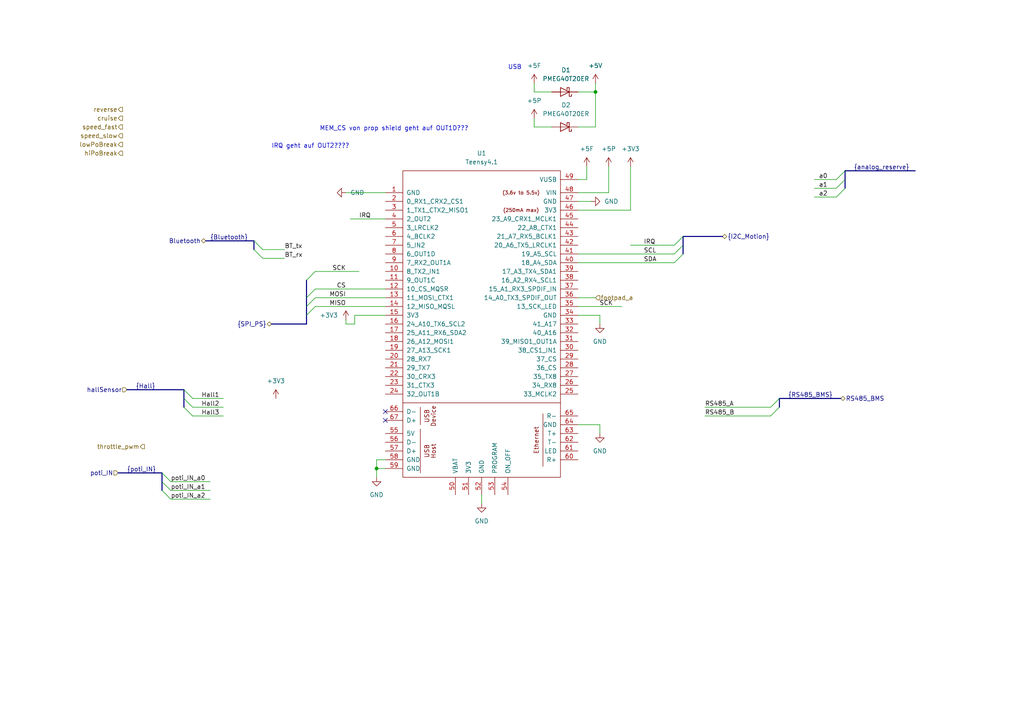
<source format=kicad_sch>
(kicad_sch (version 20211123) (generator eeschema)
  (paper "A4")
  (lib_symbols
    (symbol "Diode:PMEG40T20ER" (pin_numbers hide) (pin_names hide)
      (property "Reference" "D" (at 0 2.54 0))
      (property "Value" "PMEG40T20ER" (at 0 -2.54 0))
      (symbol "PMEG40T20ER_0_1"
        (polyline (pts (xy 1.27 0) (xy -1.27 0)))
        (polyline (pts (xy 1.27 1.27) (xy 1.27 -1.27) (xy -1.27 0) (xy 1.27 1.27)) (stroke (width 0.2032)))
        (polyline (pts (xy -1.905 0.635) (xy -1.905 1.27) (xy -1.27 1.27) (xy -1.27 -1.27) (xy -0.635 -1.27) (xy -0.635 -0.635)) (stroke (width 0.2032)))
      )
      (symbol "PMEG40T20ER_1_1"
        (pin passive line (at -3.81 0 0) (length 2.54) (name "K") (number "1"))
        (pin passive line (at 3.81 0 180) (length 2.54) (name "A") (number "2"))
      )
    )
    (symbol "power:+3V3" (power) (pin_names (offset 0))
      (property "Value" "+3V3" (at 0 3.556 0))
      (symbol "+3V3_0_1"
        (polyline (pts (xy -0.762 1.27) (xy 0 2.54)))
        (polyline (pts (xy 0 0) (xy 0 2.54)))
        (polyline (pts (xy 0 2.54) (xy 0.762 1.27)))
      )
      (symbol "+3V3_1_1"
        (pin power_in line (at 0 0 90) (length 0) hide (name "+3V3") (number "1"))
      )
    )
    (symbol "power:+5F" (power) (pin_names (offset 0))
      (property "Value" "+5F" (at 0 3.556 0))
      (symbol "+5F_0_1"
        (polyline (pts (xy -0.762 1.27) (xy 0 2.54)))
        (polyline (pts (xy 0 0) (xy 0 2.54)))
        (polyline (pts (xy 0 2.54) (xy 0.762 1.27)))
      )
      (symbol "+5F_1_1"
        (pin power_in line (at 0 0 90) (length 0) hide (name "+5F") (number "1"))
      )
    )
    (symbol "power:+5P" (power) (pin_names (offset 0))
      (property "Value" "+5P" (at 0 3.556 0))
      (symbol "+5P_0_1"
        (polyline (pts (xy -0.762 1.27) (xy 0 2.54)))
        (polyline (pts (xy 0 0) (xy 0 2.54)))
        (polyline (pts (xy 0 2.54) (xy 0.762 1.27)))
      )
      (symbol "+5P_1_1"
        (pin power_in line (at 0 0 90) (length 0) hide (name "+5P") (number "1"))
      )
    )
    (symbol "power:+5V" (power) (pin_names (offset 0))
      (property "Value" "+5V" (at 0 3.556 0))
      (symbol "+5V_0_1"
        (polyline (pts (xy -0.762 1.27) (xy 0 2.54)))
        (polyline (pts (xy 0 0) (xy 0 2.54)))
        (polyline (pts (xy 0 2.54) (xy 0.762 1.27)))
      )
      (symbol "+5V_1_1"
        (pin power_in line (at 0 0 90) (length 0) hide (name "+5V") (number "1"))
      )
    )
    (symbol "power:GND" (power) (pin_names (offset 0))
      (property "Value" "GND" (at 0 -3.81 0))
      (symbol "GND_0_1"
        (polyline (pts (xy 0 0) (xy 0 -1.27) (xy 1.27 -1.27) (xy 0 -2.54) (xy -1.27 -1.27) (xy 0 -1.27)))
      )
      (symbol "GND_1_1"
        (pin power_in line (at 0 0 270) (length 0) hide (name "GND") (number "1"))
      )
    )
    (symbol "teensy:Teensy4.1" (pin_names (offset 1.016))
      (property "Reference" "U" (at 0 64.77 0))
      (property "Value" "Teensy4.1" (at 0 62.23 0))
      (symbol "Teensy4.1_0_0"
        (polyline (pts (xy -22.86 -6.35) (xy 22.86 -6.35)))
        (polyline (pts (xy -17.78 -26.67) (xy -17.78 -13.97)))
        (polyline (pts (xy -17.78 -7.62) (xy -17.78 -12.7)))
        (polyline (pts (xy 17.78 -9.525) (xy 17.78 -24.765)))
        (text "(250mA max)" (at 11.43 49.53 0) (effects (font (size 1.016 1.016))))
        (text "(3.6v to 5.5v)" (at 11.43 54.61 0) (effects (font (size 1.016 1.016))))
        (text "Device" (at -13.97 -10.16 900) (effects (font (size 1.27 1.27))))
        (text "Ethernet" (at 15.875 -17.145 900) (effects (font (size 1.27 1.27))))
        (text "Host" (at -13.97 -20.32 900) (effects (font (size 1.27 1.27))))
        (text "USB" (at -15.875 -20.32 900) (effects (font (size 1.27 1.27))))
        (text "USB" (at -15.875 -10.16 900) (effects (font (size 1.27 1.27))))
        (pin bidirectional line (at -27.94 31.75 0) (length 5.08) (name "8_TX2_IN1") (number "10"))
        (pin bidirectional line (at -27.94 29.21 0) (length 5.08) (name "9_OUT1C") (number "11"))
        (pin bidirectional line (at -27.94 26.67 0) (length 5.08) (name "10_CS_MQSR") (number "12"))
        (pin bidirectional line (at -27.94 24.13 0) (length 5.08) (name "11_MOSI_CTX1") (number "13"))
        (pin bidirectional line (at -27.94 21.59 0) (length 5.08) (name "12_MISO_MQSL") (number "14"))
        (pin power_in line (at -27.94 19.05 0) (length 5.08) (name "3V3") (number "15"))
        (pin bidirectional line (at -27.94 16.51 0) (length 5.08) (name "24_A10_TX6_SCL2") (number "16"))
        (pin bidirectional line (at -27.94 13.97 0) (length 5.08) (name "25_A11_RX6_SDA2") (number "17"))
        (pin bidirectional line (at -27.94 11.43 0) (length 5.08) (name "26_A12_MOSI1") (number "18"))
        (pin bidirectional line (at -27.94 8.89 0) (length 5.08) (name "27_A13_SCK1") (number "19"))
        (pin bidirectional line (at -27.94 6.35 0) (length 5.08) (name "28_RX7") (number "20"))
        (pin bidirectional line (at -27.94 3.81 0) (length 5.08) (name "29_TX7") (number "21"))
        (pin bidirectional line (at -27.94 1.27 0) (length 5.08) (name "30_CRX3") (number "22"))
        (pin bidirectional line (at -27.94 -1.27 0) (length 5.08) (name "31_CTX3") (number "23"))
        (pin bidirectional line (at -27.94 -3.81 0) (length 5.08) (name "32_OUT1B") (number "24"))
        (pin bidirectional line (at 27.94 -3.81 180) (length 5.08) (name "33_MCLK2") (number "25"))
        (pin bidirectional line (at 27.94 -1.27 180) (length 5.08) (name "34_RX8") (number "26"))
        (pin bidirectional line (at 27.94 1.27 180) (length 5.08) (name "35_TX8") (number "27"))
        (pin bidirectional line (at 27.94 3.81 180) (length 5.08) (name "36_CS") (number "28"))
        (pin bidirectional line (at 27.94 6.35 180) (length 5.08) (name "37_CS") (number "29"))
        (pin bidirectional line (at 27.94 8.89 180) (length 5.08) (name "38_CS1_IN1") (number "30"))
        (pin bidirectional line (at 27.94 11.43 180) (length 5.08) (name "39_MISO1_OUT1A") (number "31"))
        (pin bidirectional line (at 27.94 13.97 180) (length 5.08) (name "40_A16") (number "32"))
        (pin bidirectional line (at 27.94 16.51 180) (length 5.08) (name "41_A17") (number "33"))
        (pin bidirectional line (at 27.94 21.59 180) (length 5.08) (name "13_SCK_LED") (number "35"))
        (pin bidirectional line (at 27.94 24.13 180) (length 5.08) (name "14_A0_TX3_SPDIF_OUT") (number "36"))
        (pin bidirectional line (at 27.94 26.67 180) (length 5.08) (name "15_A1_RX3_SPDIF_IN") (number "37"))
        (pin bidirectional line (at 27.94 29.21 180) (length 5.08) (name "16_A2_RX4_SCL1") (number "38"))
        (pin bidirectional line (at 27.94 31.75 180) (length 5.08) (name "17_A3_TX4_SDA1") (number "39"))
        (pin bidirectional line (at 27.94 34.29 180) (length 5.08) (name "18_A4_SDA") (number "40"))
        (pin bidirectional line (at 27.94 36.83 180) (length 5.08) (name "19_A5_SCL") (number "41"))
        (pin bidirectional line (at 27.94 39.37 180) (length 5.08) (name "20_A6_TX5_LRCLK1") (number "42"))
        (pin bidirectional line (at 27.94 41.91 180) (length 5.08) (name "21_A7_RX5_BCLK1") (number "43"))
        (pin bidirectional line (at 27.94 44.45 180) (length 5.08) (name "22_A8_CTX1") (number "44"))
        (pin bidirectional line (at 27.94 46.99 180) (length 5.08) (name "23_A9_CRX1_MCLK1") (number "45"))
        (pin output line (at 27.94 49.53 180) (length 5.08) (name "3V3") (number "46"))
        (pin output line (at 27.94 52.07 180) (length 5.08) (name "GND") (number "47"))
        (pin power_in line (at 27.94 54.61 180) (length 5.08) (name "VIN") (number "48"))
        (pin power_out line (at 27.94 58.42 180) (length 5.08) (name "VUSB") (number "49"))
        (pin bidirectional line (at -27.94 44.45 0) (length 5.08) (name "3_LRCLK2") (number "5"))
        (pin power_in line (at -7.62 -33.02 90) (length 5.08) (name "VBAT") (number "50"))
        (pin power_in line (at -3.81 -33.02 90) (length 5.08) (name "3V3") (number "51"))
        (pin input line (at 0 -33.02 90) (length 5.08) (name "GND") (number "52"))
        (pin input line (at 3.81 -33.02 90) (length 5.08) (name "PROGRAM") (number "53"))
        (pin input line (at 7.62 -33.02 90) (length 5.08) (name "ON_OFF") (number "54"))
        (pin power_out line (at -27.94 -15.24 0) (length 5.08) (name "5V") (number "55"))
        (pin bidirectional line (at -27.94 -17.78 0) (length 5.08) (name "D-") (number "56"))
        (pin bidirectional line (at -27.94 -20.32 0) (length 5.08) (name "D+") (number "57"))
        (pin power_in line (at -27.94 -22.86 0) (length 5.08) (name "GND") (number "58"))
        (pin power_in line (at -27.94 -25.4 0) (length 5.08) (name "GND") (number "59"))
        (pin bidirectional line (at -27.94 41.91 0) (length 5.08) (name "4_BCLK2") (number "6"))
        (pin bidirectional line (at 27.94 -22.86 180) (length 5.08) (name "R+") (number "60"))
        (pin bidirectional line (at 27.94 -20.32 180) (length 5.08) (name "LED") (number "61"))
        (pin bidirectional line (at 27.94 -17.78 180) (length 5.08) (name "T-") (number "62"))
        (pin bidirectional line (at 27.94 -15.24 180) (length 5.08) (name "T+") (number "63"))
        (pin power_in line (at 27.94 -12.7 180) (length 5.08) (name "GND") (number "64"))
        (pin bidirectional line (at 27.94 -10.16 180) (length 5.08) (name "R-") (number "65"))
        (pin bidirectional line (at -27.94 -8.89 0) (length 5.08) (name "D-") (number "66"))
        (pin bidirectional line (at -27.94 -11.43 0) (length 5.08) (name "D+") (number "67"))
        (pin bidirectional line (at -27.94 39.37 0) (length 5.08) (name "5_IN2") (number "7"))
        (pin bidirectional line (at -27.94 36.83 0) (length 5.08) (name "6_OUT1D") (number "8"))
        (pin bidirectional line (at -27.94 34.29 0) (length 5.08) (name "7_RX2_OUT1A") (number "9"))
      )
      (symbol "Teensy4.1_0_1"
        (rectangle (start -22.86 60.96) (end 22.86 -27.94))
        (rectangle (start -20.32 -1.27) (end -20.32 -1.27))
      )
      (symbol "Teensy4.1_1_1"
        (pin power_in line (at -27.94 54.61 0) (length 5.08) (name "GND") (number "1"))
        (pin bidirectional line (at -27.94 52.07 0) (length 5.08) (name "0_RX1_CRX2_CS1") (number "2"))
        (pin bidirectional line (at -27.94 49.53 0) (length 5.08) (name "1_TX1_CTX2_MISO1") (number "3"))
        (pin power_in line (at 27.94 19.05 180) (length 5.08) (name "GND") (number "34"))
        (pin bidirectional line (at -27.94 46.99 0) (length 5.08) (name "2_OUT2") (number "4"))
      )
    )
  )
  (bus_alias "analog_reserve" (members))
  (junction (at 172.72 26.67))
  (junction (at 109.22 135.89))
  (no_connect (at 111.76 121.92))
  (no_connect (at 111.76 119.38))
  (bus_entry (at 53.34 118.11) (size 2.54 2.54))
  (bus_entry (at 73.66 72.39) (size 2.54 2.54))
  (bus_entry (at 91.44 86.36) (size -2.54 2.54))
  (bus_entry (at 245.11 49.53) (size -2.54 2.54))
  (bus_entry (at 245.11 52.07) (size -2.54 2.54))
  (bus_entry (at 245.11 54.61) (size -2.54 2.54))
  (bus_entry (at 91.44 83.82) (size -2.54 2.54))
  (bus_entry (at 195.58 73.66) (size 2.54 -2.54))
  (bus_entry (at 53.34 115.57) (size 2.54 2.54))
  (bus_entry (at 46.99 137.16) (size 2.54 2.54))
  (bus_entry (at 46.99 139.7) (size 2.54 2.54))
  (bus_entry (at 46.99 142.24) (size 2.54 2.54))
  (bus_entry (at 53.34 113.03) (size 2.54 2.54))
  (bus_entry (at 91.44 88.9) (size -2.54 2.54))
  (bus_entry (at 226.06 115.57) (size -2.54 2.54))
  (bus_entry (at 195.58 71.12) (size 2.54 -2.54))
  (bus_entry (at 226.06 118.11) (size -2.54 2.54))
  (bus_entry (at 73.66 69.85) (size 2.54 2.54))
  (bus_entry (at 91.44 78.74) (size -2.54 2.54))
  (bus_entry (at 195.58 76.2) (size 2.54 -2.54))
  (wire (pts (xy 167.64 88.9) (xy 180.34 88.9)))
  (bus (pts (xy 198.12 68.58) (xy 209.55 68.58)))
  (wire (pts (xy 176.53 48.26) (xy 176.53 55.88)))
  (wire (pts (xy 109.22 135.89) (xy 109.22 138.43)))
  (wire (pts (xy 139.7 143.51) (xy 139.7 146.05)))
  (bus (pts (xy 198.12 71.12) (xy 198.12 73.66)))
  (wire (pts (xy 167.64 86.36) (xy 172.72 86.36)))
  (wire (pts (xy 76.2 72.39) (xy 82.55 72.39)))
  (wire (pts (xy 167.64 91.44) (xy 173.99 91.44)))
  (wire (pts (xy 170.18 52.07) (xy 170.18 48.26)))
  (wire (pts (xy 167.64 36.83) (xy 172.72 36.83)))
  (wire (pts (xy 100.33 55.88) (xy 111.76 55.88)))
  (wire (pts (xy 49.53 139.7) (xy 60.96 139.7)))
  (wire (pts (xy 167.64 26.67) (xy 172.72 26.67)))
  (bus (pts (xy 245.11 52.07) (xy 245.11 54.61)))
  (bus (pts (xy 34.29 137.16) (xy 46.99 137.16)))
  (wire (pts (xy 182.88 71.12) (xy 195.58 71.12)))
  (wire (pts (xy 154.94 24.13) (xy 154.94 26.67)))
  (bus (pts (xy 243.84 115.57) (xy 226.06 115.57)))
  (wire (pts (xy 154.94 34.29) (xy 154.94 36.83)))
  (bus (pts (xy 198.12 68.58) (xy 198.12 71.12)))
  (wire (pts (xy 154.94 26.67) (xy 160.02 26.67)))
  (wire (pts (xy 104.14 78.74) (xy 91.44 78.74)))
  (wire (pts (xy 204.47 120.65) (xy 223.52 120.65)))
  (wire (pts (xy 91.44 83.82) (xy 111.76 83.82)))
  (wire (pts (xy 167.64 73.66) (xy 195.58 73.66)))
  (wire (pts (xy 167.64 60.96) (xy 182.88 60.96)))
  (wire (pts (xy 49.53 144.78) (xy 60.96 144.78)))
  (wire (pts (xy 204.47 118.11) (xy 223.52 118.11)))
  (wire (pts (xy 102.87 93.98) (xy 100.33 93.98)))
  (bus (pts (xy 53.34 115.57) (xy 53.34 118.11)))
  (wire (pts (xy 111.76 135.89) (xy 109.22 135.89)))
  (bus (pts (xy 88.9 86.36) (xy 88.9 81.28)))
  (bus (pts (xy 36.83 113.03) (xy 53.34 113.03)))
  (wire (pts (xy 76.2 74.93) (xy 82.55 74.93)))
  (wire (pts (xy 173.99 123.19) (xy 173.99 125.73)))
  (wire (pts (xy 236.22 52.07) (xy 242.57 52.07)))
  (wire (pts (xy 167.64 58.42) (xy 171.45 58.42)))
  (wire (pts (xy 167.64 55.88) (xy 176.53 55.88)))
  (wire (pts (xy 167.64 76.2) (xy 195.58 76.2)))
  (bus (pts (xy 46.99 139.7) (xy 46.99 142.24)))
  (wire (pts (xy 167.64 52.07) (xy 170.18 52.07)))
  (wire (pts (xy 91.44 88.9) (xy 111.76 88.9)))
  (bus (pts (xy 88.9 88.9) (xy 88.9 86.36)))
  (wire (pts (xy 111.76 91.44) (xy 102.87 91.44)))
  (bus (pts (xy 73.66 69.85) (xy 73.66 72.39)))
  (wire (pts (xy 55.88 118.11) (xy 64.77 118.11)))
  (bus (pts (xy 226.06 115.57) (xy 226.06 118.11)))
  (bus (pts (xy 46.99 137.16) (xy 46.99 139.7)))
  (wire (pts (xy 236.22 54.61) (xy 242.57 54.61)))
  (wire (pts (xy 154.94 36.83) (xy 160.02 36.83)))
  (wire (pts (xy 111.76 133.35) (xy 109.22 133.35)))
  (wire (pts (xy 172.72 26.67) (xy 172.72 36.83)))
  (bus (pts (xy 53.34 113.03) (xy 53.34 115.57)))
  (wire (pts (xy 55.88 115.57) (xy 64.77 115.57)))
  (wire (pts (xy 101.6 63.5) (xy 111.76 63.5)))
  (wire (pts (xy 172.72 26.67) (xy 172.72 24.13)))
  (bus (pts (xy 88.9 88.9) (xy 88.9 91.44)))
  (wire (pts (xy 167.64 123.19) (xy 173.99 123.19)))
  (bus (pts (xy 88.9 93.98) (xy 88.9 91.44)))
  (wire (pts (xy 173.99 91.44) (xy 173.99 93.98)))
  (wire (pts (xy 236.22 57.15) (xy 242.57 57.15)))
  (wire (pts (xy 55.88 120.65) (xy 64.77 120.65)))
  (wire (pts (xy 49.53 142.24) (xy 60.96 142.24)))
  (bus (pts (xy 245.11 49.53) (xy 245.11 52.07)))
  (bus (pts (xy 78.74 93.98) (xy 88.9 93.98)))
  (wire (pts (xy 91.44 86.36) (xy 111.76 86.36)))
  (bus (pts (xy 245.11 49.53) (xy 265.43 49.53)))
  (wire (pts (xy 100.33 93.98) (xy 100.33 92.71)))
  (bus (pts (xy 59.69 69.85) (xy 73.66 69.85)))
  (wire (pts (xy 102.87 91.44) (xy 102.87 93.98)))
  (wire (pts (xy 182.88 60.96) (xy 182.88 48.26)))
  (wire (pts (xy 109.22 133.35) (xy 109.22 135.89)))
  (text "MEM_CS von prop shield geht auf OUT1D???\n" (at 92.71 38.1 0) (effects (font (size 1.27 1.27)) (justify left bottom)))
  (text "USB\n" (at 147.32 20.32 0) (effects (font (size 1.27 1.27)) (justify left bottom)))
  (text "IRQ geht auf OUT2????" (at 78.74 43.18 0) (effects (font (size 1.27 1.27)) (justify left bottom)))
  (label "BT_tx" (at 82.55 72.39 0))
  (label "poti_IN_a0" (at 49.53 139.7 0))
  (label "a1" (at 237.49 54.61 0))
  (label "poti_IN_a1" (at 49.53 142.24 0))
  (label "{RS485_BMS}" (at 228.6 115.57 0))
  (label "Hall2" (at 58.42 118.11 0))
  (label "SCL" (at 186.69 73.66 0))
  (label "RS485_B" (at 204.47 120.65 0))
  (label "RS485_A" (at 204.47 118.11 0))
  (label "Hall1" (at 58.42 115.57 0))
  (label "Hall3" (at 58.42 120.65 0))
  (label "MOSI" (at 100.33 86.36 180))
  (label "SCK" (at 100.33 78.74 180))
  (label "SCK" (at 177.8 88.9 180))
  (label "poti_IN_a2" (at 49.53 144.78 0))
  (label "CS" (at 100.33 83.82 180))
  (label "{Hall}" (at 39.37 113.03 0))
  (label "a2" (at 237.49 57.15 0))
  (label "a0" (at 237.49 52.07 0))
  (label "IRQ" (at 186.69 71.12 0))
  (label "{analog_reserve}" (at 247.65 49.53 0))
  (label "{poti_IN}" (at 36.83 137.16 0))
  (label "BT_rx" (at 82.55 74.93 0))
  (label "IRQ" (at 104.14 63.5 0))
  (label "MISO" (at 100.33 88.9 180))
  (label "{Bluetooth}" (at 60.96 69.85 0))
  (label "SDA" (at 186.69 76.2 0))
  (hierarchical_label "{I2C_Motion}" (shape bidirectional) (at 209.55 68.58 0))
  (hierarchical_label "footpad_a " (shape input) (at 172.72 86.36 0))
  (hierarchical_label "cruise" (shape output) (at 35.56 34.29 180))
  (hierarchical_label "throttle_pwm" (shape output) (at 41.91 129.54 180))
  (hierarchical_label "speed_slow" (shape output) (at 35.56 39.37 180))
  (hierarchical_label "poti_IN" (shape input) (at 34.29 137.16 180))
  (hierarchical_label "reverse" (shape output) (at 35.56 31.75 180))
  (hierarchical_label "{SPI_PS}" (shape bidirectional) (at 78.74 93.98 180))
  (hierarchical_label "hallSensor" (shape input) (at 36.83 113.03 180))
  (hierarchical_label "lowPoBreak" (shape output) (at 35.56 41.91 180))
  (hierarchical_label "speed_fast" (shape output) (at 35.56 36.83 180))
  (hierarchical_label "hiPoBreak" (shape output) (at 35.56 44.45 180))
  (hierarchical_label "RS485_BMS" (shape bidirectional) (at 243.84 115.57 0))
  (hierarchical_label "Bluetooth" (shape bidirectional) (at 59.69 69.85 180))
  (symbol (lib_id "power:+5V") (at 172.72 24.13 0) (unit 1)
    (property "Reference" "#PWR0114" (effects hide))
    (property "Value" "+5V" (at 172.72 19.05 0))
  )
  (symbol (lib_id "power:+5P") (at 176.53 48.26 0) (unit 1)
    (property "Reference" "#PWR0116" (effects hide))
    (property "Value" "+5P" (at 176.53 43.18 0))
  )
  (symbol (lib_id "power:+5F") (at 154.94 24.13 0) (unit 1)
    (property "Reference" "#PWR0113" (effects hide))
    (property "Value" "+5F" (at 154.94 19.05 0))
  )
  (symbol (lib_id "power:+5P") (at 154.94 34.29 0) (unit 1)
    (property "Reference" "#PWR0115" (effects hide))
    (property "Value" "+5P" (at 154.94 29.21 0))
  )
  (symbol (lib_id "power:+5F") (at 170.18 48.26 0) (unit 1)
    (property "Reference" "#PWR0117" (effects hide))
    (property "Value" "+5F" (at 170.18 43.18 0))
  )
  (symbol (lib_id "power:GND") (at 173.99 125.73 0) (unit 1)
    (property "Reference" "#PWR0122" (effects hide))
    (property "Value" "GND" (at 173.99 130.81 0))
  )
  (symbol (lib_id "power:+3V3") (at 80.01 115.57 0) (unit 1)
    (property "Reference" "#PWR0121" (effects hide))
    (property "Value" "+3V3" (at 80.01 110.49 0))
  )
  (symbol (lib_id "power:GND") (at 109.22 138.43 0) (unit 1)
    (property "Reference" "#PWR0120" (effects hide))
    (property "Value" "GND" (at 109.22 143.51 0))
  )
  (symbol (lib_id "Diode:PMEG40T20ER") (at 163.83 26.67 180) (unit 1)
    (property "Reference" "D1" (at 164.1475 20.32 0))
    (property "Value" "PMEG40T20ER" (at 164.1475 22.86 0))
    (property "Footprint" "Diode_SMD:Nexperia_CFP3_SOD-123W" (effects hide))
    (property "Datasheet" "https://assets.nexperia.com/documents/data-sheet/PMEG40T20ER.pdf" (effects hide))
  )
  (symbol (lib_id "power:GND") (at 171.45 58.42 90) (unit 1)
    (property "Reference" "#PWR0138" (effects hide))
    (property "Value" "GND" (at 175.26 58.4199 90) (effects (justify right)))
  )
  (symbol (lib_id "Diode:PMEG40T20ER") (at 163.83 36.83 180) (unit 1)
    (property "Reference" "D2" (at 164.1475 30.48 0))
    (property "Value" "PMEG40T20ER" (at 164.1475 33.02 0))
    (property "Footprint" "Diode_SMD:Nexperia_CFP3_SOD-123W" (effects hide))
    (property "Datasheet" "https://assets.nexperia.com/documents/data-sheet/PMEG40T20ER.pdf" (effects hide))
  )
  (symbol (lib_id "power:+3V3") (at 182.88 48.26 0) (unit 1)
    (property "Reference" "#PWR0118" (effects hide))
    (property "Value" "+3V3" (at 182.88 43.18 0))
  )
  (symbol (lib_id "teensy:Teensy4.1") (at 139.7 110.49 0) (unit 1)
    (property "Reference" "U1" (at 139.7 44.45 0))
    (property "Value" "Teensy4.1" (at 139.7 46.99 0))
    (property "Footprint" "teensy:Teensy41" (effects hide))
  )
  (symbol (lib_id "power:+3V3") (at 100.33 92.71 0) (unit 1)
    (property "Reference" "#PWR0139" (effects hide))
    (property "Value" "+3V3" (at 92.71 91.44 0) (effects (justify left)))
  )
  (symbol (lib_id "power:GND") (at 100.33 55.88 270) (unit 1)
    (property "Reference" "#PWR0119" (effects hide))
    (property "Value" "GND" (at 101.6 55.8799 90) (effects (justify left)))
  )
  (symbol (lib_id "power:GND") (at 173.99 93.98 0) (unit 1)
    (property "Reference" "#PWR0140" (effects hide))
    (property "Value" "GND" (at 173.99 99.06 0))
  )
  (symbol (lib_id "power:GND") (at 139.7 146.05 0) (unit 1)
    (property "Reference" "#PWR0123" (effects hide))
    (property "Value" "GND" (at 139.7 151.13 0))
  )
)
</source>
